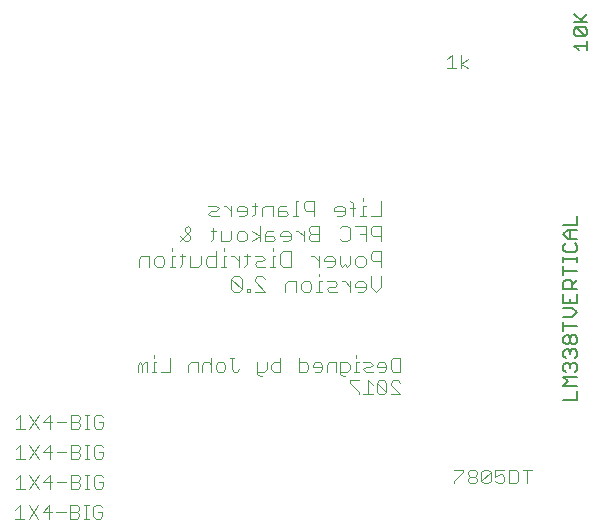
<source format=gbo>
G75*
%MOIN*%
%OFA0B0*%
%FSLAX25Y25*%
%IPPOS*%
%LPD*%
%AMOC8*
5,1,8,0,0,1.08239X$1,22.5*
%
%ADD10C,0.00400*%
%ADD11C,0.00600*%
%ADD12C,0.00500*%
D10*
X0060059Y0003917D02*
X0063128Y0003917D01*
X0061594Y0003917D02*
X0061594Y0008520D01*
X0060059Y0006986D01*
X0064663Y0008520D02*
X0067732Y0003917D01*
X0069267Y0006218D02*
X0072336Y0006218D01*
X0073871Y0006218D02*
X0076940Y0006218D01*
X0078475Y0006218D02*
X0080777Y0006218D01*
X0081544Y0005451D01*
X0081544Y0004684D01*
X0080777Y0003917D01*
X0078475Y0003917D01*
X0078475Y0008520D01*
X0080777Y0008520D01*
X0081544Y0007753D01*
X0081544Y0006986D01*
X0080777Y0006218D01*
X0083079Y0003917D02*
X0084613Y0003917D01*
X0083846Y0003917D02*
X0083846Y0008520D01*
X0083079Y0008520D02*
X0084613Y0008520D01*
X0086148Y0007753D02*
X0086915Y0008520D01*
X0088450Y0008520D01*
X0089217Y0007753D01*
X0089217Y0006218D02*
X0087682Y0006218D01*
X0089217Y0006218D02*
X0089217Y0004684D01*
X0088450Y0003917D01*
X0086915Y0003917D01*
X0086148Y0004684D01*
X0086148Y0007753D01*
X0087151Y0013956D02*
X0088686Y0013956D01*
X0089453Y0014723D01*
X0089453Y0016258D01*
X0087919Y0016258D01*
X0089453Y0017793D02*
X0088686Y0018560D01*
X0087151Y0018560D01*
X0086384Y0017793D01*
X0086384Y0014723D01*
X0087151Y0013956D01*
X0084849Y0013956D02*
X0083315Y0013956D01*
X0084082Y0013956D02*
X0084082Y0018560D01*
X0083315Y0018560D02*
X0084849Y0018560D01*
X0081780Y0017793D02*
X0081780Y0017025D01*
X0081013Y0016258D01*
X0078711Y0016258D01*
X0077176Y0016258D02*
X0074107Y0016258D01*
X0072572Y0016258D02*
X0069503Y0016258D01*
X0071805Y0018560D01*
X0071805Y0013956D01*
X0067968Y0013956D02*
X0064899Y0018560D01*
X0061830Y0018560D02*
X0060295Y0017025D01*
X0061830Y0018560D02*
X0061830Y0013956D01*
X0063364Y0013956D02*
X0060295Y0013956D01*
X0064899Y0013956D02*
X0067968Y0018560D01*
X0067968Y0023956D02*
X0064899Y0028560D01*
X0061830Y0028560D02*
X0061830Y0023956D01*
X0063364Y0023956D02*
X0060295Y0023956D01*
X0060295Y0027025D02*
X0061830Y0028560D01*
X0064899Y0023956D02*
X0067968Y0028560D01*
X0069503Y0026258D02*
X0072572Y0026258D01*
X0074107Y0026258D02*
X0077176Y0026258D01*
X0078711Y0026258D02*
X0081013Y0026258D01*
X0081780Y0025491D01*
X0081780Y0024723D01*
X0081013Y0023956D01*
X0078711Y0023956D01*
X0078711Y0028560D01*
X0081013Y0028560D01*
X0081780Y0027793D01*
X0081780Y0027025D01*
X0081013Y0026258D01*
X0083315Y0028560D02*
X0084849Y0028560D01*
X0084082Y0028560D02*
X0084082Y0023956D01*
X0083315Y0023956D02*
X0084849Y0023956D01*
X0086384Y0024723D02*
X0087151Y0023956D01*
X0088686Y0023956D01*
X0089453Y0024723D01*
X0089453Y0026258D01*
X0087919Y0026258D01*
X0089453Y0027793D02*
X0088686Y0028560D01*
X0087151Y0028560D01*
X0086384Y0027793D01*
X0086384Y0024723D01*
X0081013Y0018560D02*
X0078711Y0018560D01*
X0078711Y0013956D01*
X0081013Y0013956D01*
X0081780Y0014723D01*
X0081780Y0015491D01*
X0081013Y0016258D01*
X0081780Y0017793D02*
X0081013Y0018560D01*
X0071805Y0023956D02*
X0071805Y0028560D01*
X0069503Y0026258D01*
X0067968Y0033956D02*
X0064899Y0038560D01*
X0061830Y0038560D02*
X0061830Y0033956D01*
X0063364Y0033956D02*
X0060295Y0033956D01*
X0064899Y0033956D02*
X0067968Y0038560D01*
X0069503Y0036258D02*
X0072572Y0036258D01*
X0074107Y0036258D02*
X0077176Y0036258D01*
X0078711Y0036258D02*
X0081013Y0036258D01*
X0081780Y0035491D01*
X0081780Y0034723D01*
X0081013Y0033956D01*
X0078711Y0033956D01*
X0078711Y0038560D01*
X0081013Y0038560D01*
X0081780Y0037793D01*
X0081780Y0037025D01*
X0081013Y0036258D01*
X0083315Y0038560D02*
X0084849Y0038560D01*
X0084082Y0038560D02*
X0084082Y0033956D01*
X0083315Y0033956D02*
X0084849Y0033956D01*
X0086384Y0034723D02*
X0087151Y0033956D01*
X0088686Y0033956D01*
X0089453Y0034723D01*
X0089453Y0036258D01*
X0087919Y0036258D01*
X0089453Y0037793D02*
X0088686Y0038560D01*
X0087151Y0038560D01*
X0086384Y0037793D01*
X0086384Y0034723D01*
X0071805Y0033956D02*
X0071805Y0038560D01*
X0069503Y0036258D01*
X0061830Y0038560D02*
X0060295Y0037025D01*
X0100987Y0052973D02*
X0100987Y0055275D01*
X0101754Y0056042D01*
X0102521Y0055275D01*
X0102521Y0052973D01*
X0104056Y0052973D02*
X0104056Y0056042D01*
X0103289Y0056042D01*
X0102521Y0055275D01*
X0105590Y0052973D02*
X0107125Y0052973D01*
X0106358Y0052973D02*
X0106358Y0056042D01*
X0107125Y0056042D01*
X0106358Y0057577D02*
X0106358Y0058344D01*
X0111729Y0057577D02*
X0111729Y0052973D01*
X0108660Y0052973D01*
X0117868Y0052973D02*
X0117868Y0055275D01*
X0118635Y0056042D01*
X0120937Y0056042D01*
X0120937Y0052973D01*
X0122472Y0052973D02*
X0122472Y0055275D01*
X0123239Y0056042D01*
X0124773Y0056042D01*
X0125541Y0055275D01*
X0127075Y0055275D02*
X0127843Y0056042D01*
X0129377Y0056042D01*
X0130145Y0055275D01*
X0130145Y0053740D01*
X0129377Y0052973D01*
X0127843Y0052973D01*
X0127075Y0053740D01*
X0127075Y0055275D01*
X0125541Y0057577D02*
X0125541Y0052973D01*
X0132447Y0053740D02*
X0132447Y0057577D01*
X0133214Y0057577D02*
X0131679Y0057577D01*
X0132447Y0053740D02*
X0133214Y0052973D01*
X0133981Y0052973D01*
X0134749Y0053740D01*
X0140887Y0052973D02*
X0143189Y0052973D01*
X0143956Y0053740D01*
X0143956Y0056042D01*
X0145491Y0055275D02*
X0146258Y0056042D01*
X0148560Y0056042D01*
X0148560Y0057577D02*
X0148560Y0052973D01*
X0146258Y0052973D01*
X0145491Y0053740D01*
X0145491Y0055275D01*
X0140887Y0056042D02*
X0140887Y0052206D01*
X0141655Y0051438D01*
X0142422Y0051438D01*
X0154699Y0052973D02*
X0157001Y0052973D01*
X0157768Y0053740D01*
X0157768Y0055275D01*
X0157001Y0056042D01*
X0154699Y0056042D01*
X0154699Y0057577D02*
X0154699Y0052973D01*
X0159303Y0054507D02*
X0162372Y0054507D01*
X0162372Y0053740D02*
X0162372Y0055275D01*
X0161605Y0056042D01*
X0160070Y0056042D01*
X0159303Y0055275D01*
X0159303Y0054507D01*
X0160070Y0052973D02*
X0161605Y0052973D01*
X0162372Y0053740D01*
X0163907Y0052973D02*
X0163907Y0055275D01*
X0164674Y0056042D01*
X0166976Y0056042D01*
X0166976Y0052973D01*
X0168511Y0052973D02*
X0170813Y0052973D01*
X0171580Y0053740D01*
X0171580Y0055275D01*
X0170813Y0056042D01*
X0168511Y0056042D01*
X0168511Y0052206D01*
X0169278Y0051438D01*
X0170045Y0051438D01*
X0171580Y0050077D02*
X0171580Y0049309D01*
X0174649Y0046240D01*
X0174649Y0045473D01*
X0176184Y0045473D02*
X0179253Y0045473D01*
X0177719Y0045473D02*
X0177719Y0050077D01*
X0179253Y0048542D01*
X0180788Y0049309D02*
X0180788Y0046240D01*
X0181555Y0045473D01*
X0183090Y0045473D01*
X0183857Y0046240D01*
X0180788Y0049309D01*
X0181555Y0050077D01*
X0183090Y0050077D01*
X0183857Y0049309D01*
X0183857Y0046240D01*
X0185392Y0045473D02*
X0188461Y0045473D01*
X0185392Y0048542D01*
X0185392Y0049309D01*
X0186159Y0050077D01*
X0187694Y0050077D01*
X0188461Y0049309D01*
X0188461Y0052973D02*
X0186159Y0052973D01*
X0185392Y0053740D01*
X0185392Y0056809D01*
X0186159Y0057577D01*
X0188461Y0057577D01*
X0188461Y0052973D01*
X0183857Y0053740D02*
X0183857Y0055275D01*
X0183090Y0056042D01*
X0181555Y0056042D01*
X0180788Y0055275D01*
X0180788Y0054507D01*
X0183857Y0054507D01*
X0183857Y0053740D02*
X0183090Y0052973D01*
X0181555Y0052973D01*
X0179253Y0052973D02*
X0176951Y0052973D01*
X0176184Y0053740D01*
X0176951Y0054507D01*
X0178486Y0054507D01*
X0179253Y0055275D01*
X0178486Y0056042D01*
X0176184Y0056042D01*
X0174649Y0056042D02*
X0173882Y0056042D01*
X0173882Y0052973D01*
X0174649Y0052973D02*
X0173115Y0052973D01*
X0173882Y0057577D02*
X0173882Y0058344D01*
X0174649Y0050077D02*
X0171580Y0050077D01*
X0206338Y0020272D02*
X0209408Y0020272D01*
X0209408Y0019505D01*
X0206338Y0016436D01*
X0206338Y0015669D01*
X0210942Y0016436D02*
X0210942Y0017203D01*
X0211710Y0017970D01*
X0213244Y0017970D01*
X0214012Y0017203D01*
X0214012Y0016436D01*
X0213244Y0015669D01*
X0211710Y0015669D01*
X0210942Y0016436D01*
X0211710Y0017970D02*
X0210942Y0018738D01*
X0210942Y0019505D01*
X0211710Y0020272D01*
X0213244Y0020272D01*
X0214012Y0019505D01*
X0214012Y0018738D01*
X0213244Y0017970D01*
X0215546Y0016436D02*
X0218616Y0019505D01*
X0218616Y0016436D01*
X0217848Y0015669D01*
X0216314Y0015669D01*
X0215546Y0016436D01*
X0215546Y0019505D01*
X0216314Y0020272D01*
X0217848Y0020272D01*
X0218616Y0019505D01*
X0220150Y0020272D02*
X0220150Y0017970D01*
X0221685Y0018738D01*
X0222452Y0018738D01*
X0223220Y0017970D01*
X0223220Y0016436D01*
X0222452Y0015669D01*
X0220918Y0015669D01*
X0220150Y0016436D01*
X0220150Y0020272D02*
X0223220Y0020272D01*
X0224754Y0020272D02*
X0227056Y0020272D01*
X0227823Y0019505D01*
X0227823Y0016436D01*
X0227056Y0015669D01*
X0224754Y0015669D01*
X0224754Y0020272D01*
X0229358Y0020272D02*
X0232427Y0020272D01*
X0230893Y0020272D02*
X0230893Y0015669D01*
X0180334Y0079535D02*
X0178599Y0081270D01*
X0178599Y0084740D01*
X0176045Y0083005D02*
X0174310Y0083005D01*
X0173443Y0082138D01*
X0173443Y0081270D01*
X0176913Y0081270D01*
X0176913Y0080403D02*
X0176913Y0082138D01*
X0176045Y0083005D01*
X0176913Y0080403D02*
X0176045Y0079535D01*
X0174310Y0079535D01*
X0171756Y0079535D02*
X0171756Y0083005D01*
X0170022Y0083005D02*
X0171756Y0081270D01*
X0170022Y0083005D02*
X0169154Y0083005D01*
X0167459Y0082138D02*
X0166592Y0083005D01*
X0163990Y0083005D01*
X0162303Y0083005D02*
X0161436Y0083005D01*
X0161436Y0079535D01*
X0162303Y0079535D02*
X0160568Y0079535D01*
X0158865Y0080403D02*
X0157998Y0079535D01*
X0156263Y0079535D01*
X0155396Y0080403D01*
X0155396Y0082138D01*
X0156263Y0083005D01*
X0157998Y0083005D01*
X0158865Y0082138D01*
X0158865Y0080403D01*
X0163990Y0080403D02*
X0164857Y0081270D01*
X0166592Y0081270D01*
X0167459Y0082138D01*
X0167459Y0079535D02*
X0164857Y0079535D01*
X0163990Y0080403D01*
X0161436Y0084740D02*
X0161436Y0085607D01*
X0161444Y0087935D02*
X0161444Y0091405D01*
X0161444Y0089670D02*
X0159709Y0091405D01*
X0158841Y0091405D01*
X0163130Y0090538D02*
X0163130Y0089670D01*
X0166600Y0089670D01*
X0166600Y0088803D02*
X0166600Y0090538D01*
X0165733Y0091405D01*
X0163998Y0091405D01*
X0163130Y0090538D01*
X0163998Y0087935D02*
X0165733Y0087935D01*
X0166600Y0088803D01*
X0168287Y0088803D02*
X0168287Y0091405D01*
X0168287Y0088803D02*
X0169154Y0087935D01*
X0170022Y0088803D01*
X0170889Y0087935D01*
X0171756Y0088803D01*
X0171756Y0091405D01*
X0173443Y0090538D02*
X0174310Y0091405D01*
X0176045Y0091405D01*
X0176913Y0090538D01*
X0176913Y0088803D01*
X0176045Y0087935D01*
X0174310Y0087935D01*
X0173443Y0088803D01*
X0173443Y0090538D01*
X0178599Y0090538D02*
X0179467Y0089670D01*
X0182069Y0089670D01*
X0182069Y0087935D02*
X0182069Y0093140D01*
X0179467Y0093140D01*
X0178599Y0092272D01*
X0178599Y0090538D01*
X0176913Y0096335D02*
X0176913Y0101540D01*
X0173443Y0101540D01*
X0171756Y0100672D02*
X0171756Y0097203D01*
X0170889Y0096335D01*
X0169154Y0096335D01*
X0168287Y0097203D01*
X0175178Y0098938D02*
X0176913Y0098938D01*
X0178599Y0098938D02*
X0179467Y0098070D01*
X0182069Y0098070D01*
X0182069Y0096335D02*
X0182069Y0101540D01*
X0179467Y0101540D01*
X0178599Y0100672D01*
X0178599Y0098938D01*
X0171756Y0100672D02*
X0170889Y0101540D01*
X0169154Y0101540D01*
X0168287Y0100672D01*
X0167435Y0104735D02*
X0169170Y0104735D01*
X0170038Y0105603D01*
X0170038Y0107338D01*
X0169170Y0108205D01*
X0167435Y0108205D01*
X0166568Y0107338D01*
X0166568Y0106470D01*
X0170038Y0106470D01*
X0171740Y0107338D02*
X0173475Y0107338D01*
X0172608Y0109072D02*
X0172608Y0104735D01*
X0175178Y0104735D02*
X0176913Y0104735D01*
X0176045Y0104735D02*
X0176045Y0108205D01*
X0176913Y0108205D01*
X0176045Y0109940D02*
X0176045Y0110807D01*
X0172608Y0109072D02*
X0171740Y0109940D01*
X0178599Y0104735D02*
X0182069Y0104735D01*
X0182069Y0109940D01*
X0161444Y0101540D02*
X0161444Y0096335D01*
X0158841Y0096335D01*
X0157974Y0097203D01*
X0157974Y0098070D01*
X0158841Y0098938D01*
X0161444Y0098938D01*
X0161444Y0101540D02*
X0158841Y0101540D01*
X0157974Y0100672D01*
X0157974Y0099805D01*
X0158841Y0098938D01*
X0156287Y0099805D02*
X0156287Y0096335D01*
X0156287Y0098070D02*
X0154552Y0099805D01*
X0153685Y0099805D01*
X0151990Y0098938D02*
X0151123Y0099805D01*
X0149388Y0099805D01*
X0148520Y0098938D01*
X0148520Y0098070D01*
X0151990Y0098070D01*
X0151990Y0097203D02*
X0151990Y0098938D01*
X0151990Y0097203D02*
X0151123Y0096335D01*
X0149388Y0096335D01*
X0146834Y0097203D02*
X0145966Y0098070D01*
X0143364Y0098070D01*
X0143364Y0098938D02*
X0143364Y0096335D01*
X0145966Y0096335D01*
X0146834Y0097203D01*
X0145966Y0099805D02*
X0144232Y0099805D01*
X0143364Y0098938D01*
X0141677Y0098070D02*
X0139075Y0096335D01*
X0137380Y0097203D02*
X0137380Y0098938D01*
X0136513Y0099805D01*
X0134778Y0099805D01*
X0133911Y0098938D01*
X0133911Y0097203D01*
X0134778Y0096335D01*
X0136513Y0096335D01*
X0137380Y0097203D01*
X0139075Y0099805D02*
X0141677Y0098070D01*
X0141677Y0096335D02*
X0141677Y0101540D01*
X0142505Y0104735D02*
X0142505Y0107338D01*
X0143372Y0108205D01*
X0145974Y0108205D01*
X0145974Y0104735D01*
X0147661Y0104735D02*
X0147661Y0107338D01*
X0148529Y0108205D01*
X0150263Y0108205D01*
X0150263Y0106470D02*
X0147661Y0106470D01*
X0147661Y0104735D02*
X0150263Y0104735D01*
X0151131Y0105603D01*
X0150263Y0106470D01*
X0152834Y0104735D02*
X0154568Y0104735D01*
X0153701Y0104735D02*
X0153701Y0109940D01*
X0154568Y0109940D01*
X0156255Y0109072D02*
X0156255Y0107338D01*
X0157123Y0106470D01*
X0159725Y0106470D01*
X0159725Y0104735D02*
X0159725Y0109940D01*
X0157123Y0109940D01*
X0156255Y0109072D01*
X0140818Y0108205D02*
X0139083Y0108205D01*
X0139951Y0109072D02*
X0139951Y0105603D01*
X0139083Y0104735D01*
X0137380Y0105603D02*
X0137380Y0107338D01*
X0136513Y0108205D01*
X0134778Y0108205D01*
X0133911Y0107338D01*
X0133911Y0106470D01*
X0137380Y0106470D01*
X0137380Y0105603D02*
X0136513Y0104735D01*
X0134778Y0104735D01*
X0132224Y0104735D02*
X0132224Y0108205D01*
X0132224Y0106470D02*
X0130489Y0108205D01*
X0129622Y0108205D01*
X0127927Y0107338D02*
X0127060Y0108205D01*
X0124457Y0108205D01*
X0125325Y0106470D02*
X0124457Y0105603D01*
X0125325Y0104735D01*
X0127927Y0104735D01*
X0127060Y0106470D02*
X0127927Y0107338D01*
X0127060Y0106470D02*
X0125325Y0106470D01*
X0126200Y0100672D02*
X0126200Y0097203D01*
X0125333Y0096335D01*
X0128754Y0096335D02*
X0128754Y0099805D01*
X0127068Y0099805D02*
X0125333Y0099805D01*
X0128754Y0096335D02*
X0131357Y0096335D01*
X0132224Y0097203D01*
X0132224Y0099805D01*
X0129638Y0094007D02*
X0129638Y0093140D01*
X0129638Y0091405D02*
X0129638Y0087935D01*
X0130505Y0087935D02*
X0128770Y0087935D01*
X0127068Y0087935D02*
X0124465Y0087935D01*
X0123598Y0088803D01*
X0123598Y0090538D01*
X0124465Y0091405D01*
X0127068Y0091405D01*
X0127068Y0093140D02*
X0127068Y0087935D01*
X0129638Y0091405D02*
X0130505Y0091405D01*
X0132200Y0091405D02*
X0133067Y0091405D01*
X0134802Y0089670D01*
X0134802Y0087935D02*
X0134802Y0091405D01*
X0136505Y0091405D02*
X0138240Y0091405D01*
X0137372Y0092272D02*
X0137372Y0088803D01*
X0136505Y0087935D01*
X0139927Y0088803D02*
X0140794Y0089670D01*
X0142529Y0089670D01*
X0143396Y0090538D01*
X0142529Y0091405D01*
X0139927Y0091405D01*
X0139927Y0088803D02*
X0140794Y0087935D01*
X0143396Y0087935D01*
X0145099Y0087935D02*
X0146834Y0087935D01*
X0145966Y0087935D02*
X0145966Y0091405D01*
X0146834Y0091405D01*
X0148520Y0092272D02*
X0149388Y0093140D01*
X0151990Y0093140D01*
X0151990Y0087935D01*
X0149388Y0087935D01*
X0148520Y0088803D01*
X0148520Y0092272D01*
X0145966Y0093140D02*
X0145966Y0094007D01*
X0142529Y0084740D02*
X0140794Y0084740D01*
X0139927Y0083872D01*
X0139927Y0083005D01*
X0143396Y0079535D01*
X0139927Y0079535D01*
X0138240Y0079535D02*
X0137372Y0079535D01*
X0137372Y0080403D01*
X0138240Y0080403D01*
X0138240Y0079535D01*
X0135662Y0080403D02*
X0135662Y0083872D01*
X0134794Y0084740D01*
X0133059Y0084740D01*
X0132192Y0083872D01*
X0135662Y0080403D01*
X0134794Y0079535D01*
X0133059Y0079535D01*
X0132192Y0080403D01*
X0132192Y0083872D01*
X0121911Y0088803D02*
X0121044Y0087935D01*
X0118442Y0087935D01*
X0118442Y0091405D01*
X0116755Y0091405D02*
X0115020Y0091405D01*
X0115887Y0092272D02*
X0115887Y0088803D01*
X0115020Y0087935D01*
X0113317Y0087935D02*
X0111582Y0087935D01*
X0112450Y0087935D02*
X0112450Y0091405D01*
X0113317Y0091405D01*
X0112450Y0093140D02*
X0112450Y0094007D01*
X0115004Y0096335D02*
X0118474Y0099805D01*
X0118474Y0100672D01*
X0117606Y0101540D01*
X0116739Y0100672D01*
X0116739Y0099805D01*
X0118474Y0098070D01*
X0118474Y0097203D01*
X0117606Y0096335D01*
X0116739Y0096335D01*
X0115004Y0098070D01*
X0109012Y0091405D02*
X0107277Y0091405D01*
X0106410Y0090538D01*
X0106410Y0088803D01*
X0107277Y0087935D01*
X0109012Y0087935D01*
X0109880Y0088803D01*
X0109880Y0090538D01*
X0109012Y0091405D01*
X0104723Y0091405D02*
X0104723Y0087935D01*
X0101254Y0087935D02*
X0101254Y0090538D01*
X0102121Y0091405D01*
X0104723Y0091405D01*
X0121911Y0091405D02*
X0121911Y0088803D01*
X0142529Y0084740D02*
X0143396Y0083872D01*
X0150239Y0082138D02*
X0150239Y0079535D01*
X0150239Y0082138D02*
X0151107Y0083005D01*
X0153709Y0083005D01*
X0153709Y0079535D01*
X0180334Y0079535D02*
X0182069Y0081270D01*
X0182069Y0084740D01*
X0204114Y0153995D02*
X0207183Y0153995D01*
X0205649Y0153995D02*
X0205649Y0158599D01*
X0204114Y0157065D01*
X0208718Y0158599D02*
X0208718Y0153995D01*
X0208718Y0155530D02*
X0211020Y0157065D01*
X0208718Y0155530D02*
X0211020Y0153995D01*
X0071569Y0008520D02*
X0069267Y0006218D01*
X0067732Y0008520D02*
X0064663Y0003917D01*
X0071569Y0003917D02*
X0071569Y0008520D01*
D11*
X0246484Y0161633D02*
X0247952Y0160165D01*
X0246484Y0161633D02*
X0250888Y0161633D01*
X0250888Y0160165D02*
X0250888Y0163101D01*
X0250154Y0164769D02*
X0247218Y0167705D01*
X0250154Y0167705D01*
X0250888Y0166971D01*
X0250888Y0165503D01*
X0250154Y0164769D01*
X0247218Y0164769D01*
X0246484Y0165503D01*
X0246484Y0166971D01*
X0247218Y0167705D01*
X0246484Y0169373D02*
X0250888Y0169373D01*
X0249420Y0169373D02*
X0246484Y0172309D01*
X0248686Y0170107D02*
X0250888Y0172309D01*
D12*
X0247345Y0104904D02*
X0247345Y0101902D01*
X0242841Y0101902D01*
X0244343Y0100300D02*
X0247345Y0100300D01*
X0245093Y0100300D02*
X0245093Y0097298D01*
X0244343Y0097298D02*
X0242841Y0098799D01*
X0244343Y0100300D01*
X0244343Y0097298D02*
X0247345Y0097298D01*
X0246595Y0095697D02*
X0247345Y0094946D01*
X0247345Y0093445D01*
X0246595Y0092694D01*
X0243592Y0092694D01*
X0242841Y0093445D01*
X0242841Y0094946D01*
X0243592Y0095697D01*
X0242841Y0091126D02*
X0242841Y0089625D01*
X0242841Y0090375D02*
X0247345Y0090375D01*
X0247345Y0089625D02*
X0247345Y0091126D01*
X0242841Y0088023D02*
X0242841Y0085021D01*
X0242841Y0086522D02*
X0247345Y0086522D01*
X0247345Y0083419D02*
X0245844Y0081918D01*
X0245844Y0082669D02*
X0245844Y0080417D01*
X0247345Y0080417D02*
X0242841Y0080417D01*
X0242841Y0082669D01*
X0243592Y0083419D01*
X0245093Y0083419D01*
X0245844Y0082669D01*
X0247345Y0078816D02*
X0247345Y0075813D01*
X0242841Y0075813D01*
X0242841Y0078816D01*
X0245093Y0077314D02*
X0245093Y0075813D01*
X0245844Y0074212D02*
X0242841Y0074212D01*
X0245844Y0074212D02*
X0247345Y0072710D01*
X0245844Y0071209D01*
X0242841Y0071209D01*
X0242841Y0069608D02*
X0242841Y0066605D01*
X0242841Y0068106D02*
X0247345Y0068106D01*
X0246595Y0065004D02*
X0245844Y0065004D01*
X0245093Y0064253D01*
X0245093Y0062752D01*
X0244343Y0062001D01*
X0243592Y0062001D01*
X0242841Y0062752D01*
X0242841Y0064253D01*
X0243592Y0065004D01*
X0244343Y0065004D01*
X0245093Y0064253D01*
X0245093Y0062752D02*
X0245844Y0062001D01*
X0246595Y0062001D01*
X0247345Y0062752D01*
X0247345Y0064253D01*
X0246595Y0065004D01*
X0246595Y0060400D02*
X0245844Y0060400D01*
X0245093Y0059649D01*
X0245093Y0058899D01*
X0245093Y0059649D02*
X0244343Y0060400D01*
X0243592Y0060400D01*
X0242841Y0059649D01*
X0242841Y0058148D01*
X0243592Y0057397D01*
X0243592Y0055796D02*
X0244343Y0055796D01*
X0245093Y0055045D01*
X0245844Y0055796D01*
X0246595Y0055796D01*
X0247345Y0055045D01*
X0247345Y0053544D01*
X0246595Y0052793D01*
X0247345Y0051192D02*
X0242841Y0051192D01*
X0244343Y0049691D01*
X0242841Y0048189D01*
X0247345Y0048189D01*
X0247345Y0046588D02*
X0247345Y0043585D01*
X0242841Y0043585D01*
X0243592Y0052793D02*
X0242841Y0053544D01*
X0242841Y0055045D01*
X0243592Y0055796D01*
X0245093Y0055045D02*
X0245093Y0054295D01*
X0246595Y0057397D02*
X0247345Y0058148D01*
X0247345Y0059649D01*
X0246595Y0060400D01*
M02*

</source>
